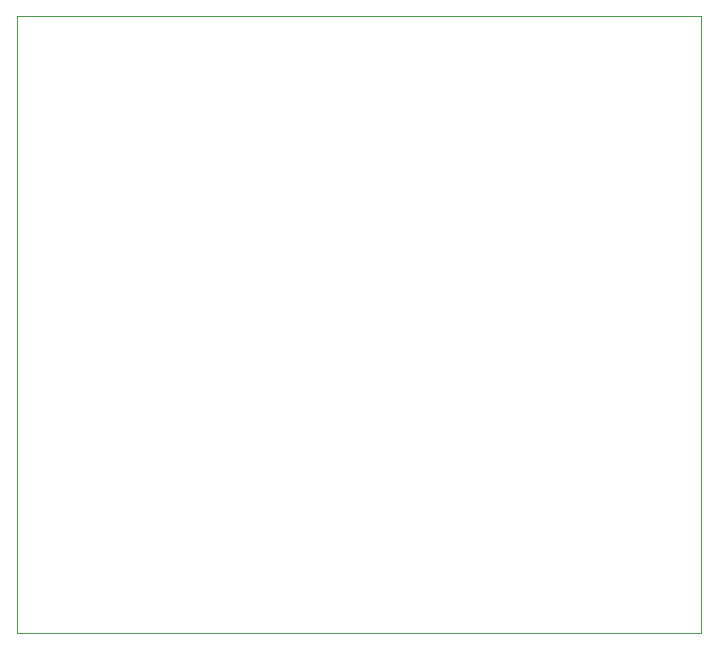
<source format=gbr>
%TF.GenerationSoftware,KiCad,Pcbnew,7.0.8*%
%TF.CreationDate,2023-12-29T15:21:52+01:00*%
%TF.ProjectId,Programmer,50726f67-7261-46d6-9d65-722e6b696361,rev?*%
%TF.SameCoordinates,Original*%
%TF.FileFunction,Profile,NP*%
%FSLAX46Y46*%
G04 Gerber Fmt 4.6, Leading zero omitted, Abs format (unit mm)*
G04 Created by KiCad (PCBNEW 7.0.8) date 2023-12-29 15:21:52*
%MOMM*%
%LPD*%
G01*
G04 APERTURE LIST*
%TA.AperFunction,Profile*%
%ADD10C,0.050000*%
%TD*%
G04 APERTURE END LIST*
D10*
X127690000Y-80610000D02*
X127690000Y-35910000D01*
X69790000Y-80610000D02*
X69790000Y-35910000D01*
X122190000Y-35910000D02*
X125190000Y-35910000D01*
X127690000Y-81610000D02*
X127690000Y-88210000D01*
X78790000Y-35910000D02*
X122190000Y-35910000D01*
X127690000Y-88210000D02*
X69790000Y-88210000D01*
X69790000Y-81610000D02*
X69790000Y-88210000D01*
X69790000Y-80610000D02*
X69790000Y-81610000D01*
X125190000Y-35910000D02*
X127690000Y-35910000D01*
X69790000Y-35910000D02*
X75790000Y-35910000D01*
X75790000Y-35910000D02*
X78790000Y-35910000D01*
X127690000Y-80610000D02*
X127690000Y-81610000D01*
M02*

</source>
